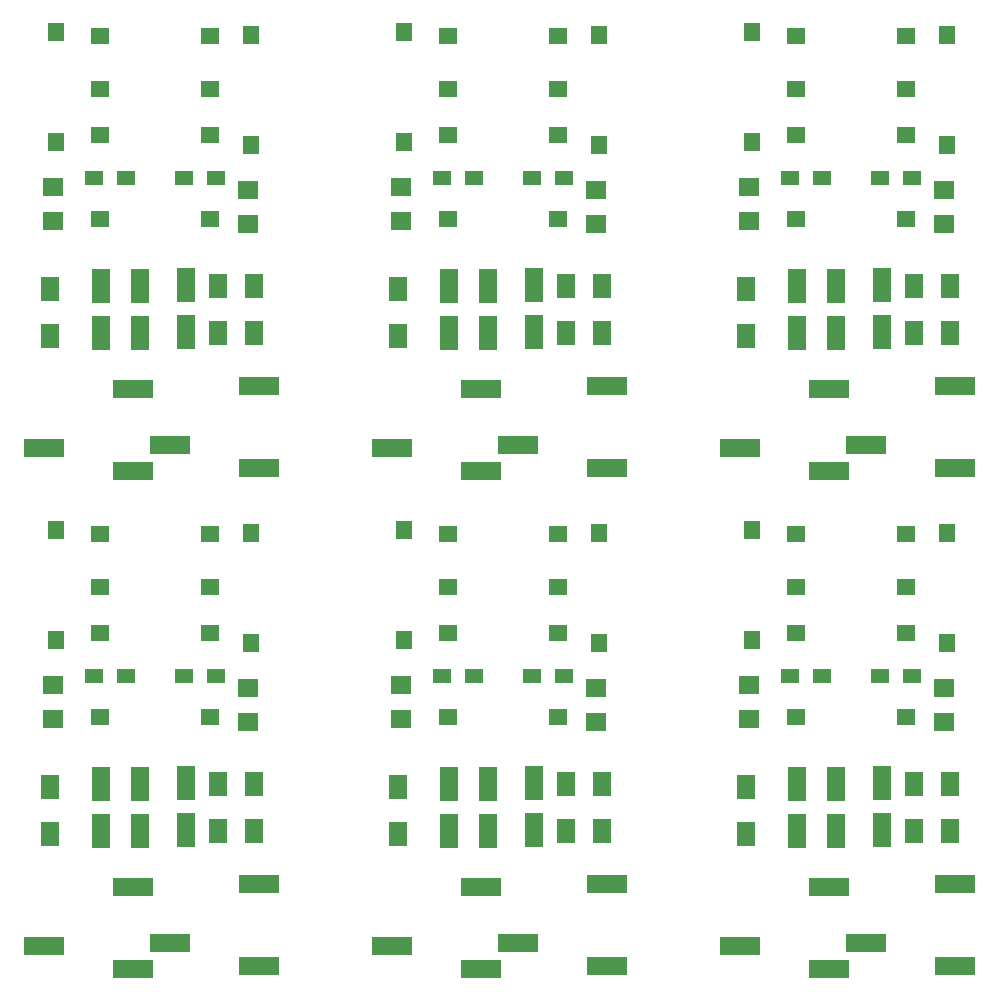
<source format=gbr>
G04 #@! TF.GenerationSoftware,KiCad,Pcbnew,5.0.0-rc2-dev-unknown-b813eac~63~ubuntu16.04.1*
G04 #@! TF.CreationDate,2018-04-08T16:52:17+02:00*
G04 #@! TF.ProjectId,f-6188multi,662D363138386D756C74692E6B696361,rev?*
G04 #@! TF.SameCoordinates,Original*
G04 #@! TF.FileFunction,Paste,Top*
G04 #@! TF.FilePolarity,Positive*
%FSLAX46Y46*%
G04 Gerber Fmt 4.6, Leading zero omitted, Abs format (unit mm)*
G04 Created by KiCad (PCBNEW 5.0.0-rc2-dev-unknown-b813eac~63~ubuntu16.04.1) date Sun Apr  8 16:52:17 2018*
%MOMM*%
%LPD*%
G01*
G04 APERTURE LIST*
%ADD10R,1.800860X1.597660*%
%ADD11R,3.500000X1.500000*%
%ADD12R,1.400000X1.500000*%
%ADD13R,1.500000X1.400000*%
%ADD14R,1.600000X2.000000*%
%ADD15R,1.501140X2.999740*%
%ADD16R,1.500000X1.300000*%
G04 APERTURE END LIST*
D10*
X178816000Y-120037860D03*
X178816000Y-117198140D03*
D11*
X185614000Y-134224000D03*
X178114000Y-139224000D03*
X185614000Y-141224000D03*
D12*
X195580000Y-104316000D03*
X195580000Y-113616000D03*
D13*
X192102000Y-112776000D03*
X182802000Y-112776000D03*
D14*
X178562000Y-129794000D03*
X178562000Y-125794000D03*
D12*
X179070000Y-104062000D03*
X179070000Y-113362000D03*
D13*
X192102000Y-119888000D03*
X182802000Y-119888000D03*
D15*
X186182000Y-125509020D03*
X186182000Y-129506980D03*
D16*
X182292000Y-116433600D03*
X184992000Y-116433600D03*
D10*
X195326000Y-117452140D03*
X195326000Y-120291860D03*
D13*
X192102000Y-104394000D03*
X182802000Y-104394000D03*
X192102000Y-108864400D03*
X182802000Y-108864400D03*
D15*
X190068200Y-129473960D03*
X190068200Y-125476000D03*
X182880000Y-129506980D03*
X182880000Y-125509020D03*
D14*
X192786000Y-125508000D03*
X192786000Y-129508000D03*
X195834000Y-129508000D03*
X195834000Y-125508000D03*
D16*
X189962800Y-116433600D03*
X192662800Y-116433600D03*
D11*
X196282000Y-133970000D03*
X188782000Y-138970000D03*
X196282000Y-140970000D03*
D10*
X149352000Y-120037860D03*
X149352000Y-117198140D03*
D11*
X156150000Y-134224000D03*
X148650000Y-139224000D03*
X156150000Y-141224000D03*
D12*
X166116000Y-104316000D03*
X166116000Y-113616000D03*
D13*
X162638000Y-112776000D03*
X153338000Y-112776000D03*
D14*
X149098000Y-129794000D03*
X149098000Y-125794000D03*
D12*
X149606000Y-104062000D03*
X149606000Y-113362000D03*
D13*
X162638000Y-119888000D03*
X153338000Y-119888000D03*
D15*
X156718000Y-125509020D03*
X156718000Y-129506980D03*
D16*
X152828000Y-116433600D03*
X155528000Y-116433600D03*
D10*
X165862000Y-117452140D03*
X165862000Y-120291860D03*
D13*
X162638000Y-104394000D03*
X153338000Y-104394000D03*
X162638000Y-108864400D03*
X153338000Y-108864400D03*
D15*
X160604200Y-129473960D03*
X160604200Y-125476000D03*
X153416000Y-129506980D03*
X153416000Y-125509020D03*
D14*
X163322000Y-125508000D03*
X163322000Y-129508000D03*
X166370000Y-129508000D03*
X166370000Y-125508000D03*
D16*
X160498800Y-116433600D03*
X163198800Y-116433600D03*
D11*
X166818000Y-133970000D03*
X159318000Y-138970000D03*
X166818000Y-140970000D03*
D10*
X119888000Y-120037860D03*
X119888000Y-117198140D03*
D11*
X126686000Y-134224000D03*
X119186000Y-139224000D03*
X126686000Y-141224000D03*
D12*
X136652000Y-104316000D03*
X136652000Y-113616000D03*
D13*
X133174000Y-112776000D03*
X123874000Y-112776000D03*
D14*
X119634000Y-129794000D03*
X119634000Y-125794000D03*
D12*
X120142000Y-104062000D03*
X120142000Y-113362000D03*
D13*
X133174000Y-119888000D03*
X123874000Y-119888000D03*
D15*
X127254000Y-125509020D03*
X127254000Y-129506980D03*
D16*
X123364000Y-116433600D03*
X126064000Y-116433600D03*
D10*
X136398000Y-117452140D03*
X136398000Y-120291860D03*
D13*
X133174000Y-104394000D03*
X123874000Y-104394000D03*
X133174000Y-108864400D03*
X123874000Y-108864400D03*
D15*
X131140200Y-129473960D03*
X131140200Y-125476000D03*
X123952000Y-129506980D03*
X123952000Y-125509020D03*
D14*
X133858000Y-125508000D03*
X133858000Y-129508000D03*
X136906000Y-129508000D03*
X136906000Y-125508000D03*
D16*
X131034800Y-116433600D03*
X133734800Y-116433600D03*
D11*
X137354000Y-133970000D03*
X129854000Y-138970000D03*
X137354000Y-140970000D03*
D10*
X178816000Y-77873860D03*
X178816000Y-75034140D03*
D11*
X185614000Y-92060000D03*
X178114000Y-97060000D03*
X185614000Y-99060000D03*
D12*
X195580000Y-62152000D03*
X195580000Y-71452000D03*
D13*
X192102000Y-70612000D03*
X182802000Y-70612000D03*
D14*
X178562000Y-87630000D03*
X178562000Y-83630000D03*
D12*
X179070000Y-61898000D03*
X179070000Y-71198000D03*
D13*
X192102000Y-77724000D03*
X182802000Y-77724000D03*
D15*
X186182000Y-83345020D03*
X186182000Y-87342980D03*
D16*
X182292000Y-74269600D03*
X184992000Y-74269600D03*
D10*
X195326000Y-75288140D03*
X195326000Y-78127860D03*
D13*
X192102000Y-62230000D03*
X182802000Y-62230000D03*
X192102000Y-66700400D03*
X182802000Y-66700400D03*
D15*
X190068200Y-87309960D03*
X190068200Y-83312000D03*
X182880000Y-87342980D03*
X182880000Y-83345020D03*
D14*
X192786000Y-83344000D03*
X192786000Y-87344000D03*
X195834000Y-87344000D03*
X195834000Y-83344000D03*
D16*
X189962800Y-74269600D03*
X192662800Y-74269600D03*
D11*
X196282000Y-91806000D03*
X188782000Y-96806000D03*
X196282000Y-98806000D03*
D10*
X149352000Y-77873860D03*
X149352000Y-75034140D03*
D11*
X156150000Y-92060000D03*
X148650000Y-97060000D03*
X156150000Y-99060000D03*
D12*
X166116000Y-62152000D03*
X166116000Y-71452000D03*
D13*
X162638000Y-70612000D03*
X153338000Y-70612000D03*
D14*
X149098000Y-87630000D03*
X149098000Y-83630000D03*
D12*
X149606000Y-61898000D03*
X149606000Y-71198000D03*
D13*
X162638000Y-77724000D03*
X153338000Y-77724000D03*
D15*
X156718000Y-83345020D03*
X156718000Y-87342980D03*
D16*
X152828000Y-74269600D03*
X155528000Y-74269600D03*
D10*
X165862000Y-75288140D03*
X165862000Y-78127860D03*
D13*
X162638000Y-62230000D03*
X153338000Y-62230000D03*
X162638000Y-66700400D03*
X153338000Y-66700400D03*
D15*
X160604200Y-87309960D03*
X160604200Y-83312000D03*
X153416000Y-87342980D03*
X153416000Y-83345020D03*
D14*
X163322000Y-83344000D03*
X163322000Y-87344000D03*
X166370000Y-87344000D03*
X166370000Y-83344000D03*
D16*
X160498800Y-74269600D03*
X163198800Y-74269600D03*
D11*
X166818000Y-91806000D03*
X159318000Y-96806000D03*
X166818000Y-98806000D03*
D13*
X123874000Y-77724000D03*
X133174000Y-77724000D03*
D12*
X136652000Y-71452000D03*
X136652000Y-62152000D03*
X120142000Y-71198000D03*
X120142000Y-61898000D03*
D13*
X123874000Y-70612000D03*
X133174000Y-70612000D03*
X123874000Y-66700400D03*
X133174000Y-66700400D03*
X123874000Y-62230000D03*
X133174000Y-62230000D03*
D11*
X126686000Y-99060000D03*
X119186000Y-97060000D03*
X126686000Y-92060000D03*
X137354000Y-98806000D03*
X129854000Y-96806000D03*
X137354000Y-91806000D03*
D15*
X123952000Y-83345020D03*
X123952000Y-87342980D03*
D10*
X119888000Y-75034140D03*
X119888000Y-77873860D03*
X136398000Y-78127860D03*
X136398000Y-75288140D03*
D16*
X126064000Y-74269600D03*
X123364000Y-74269600D03*
X133734800Y-74269600D03*
X131034800Y-74269600D03*
D14*
X119634000Y-83630000D03*
X119634000Y-87630000D03*
D15*
X131140200Y-83312000D03*
X131140200Y-87309960D03*
X127254000Y-87342980D03*
X127254000Y-83345020D03*
D14*
X133858000Y-87344000D03*
X133858000Y-83344000D03*
X136906000Y-83344000D03*
X136906000Y-87344000D03*
M02*

</source>
